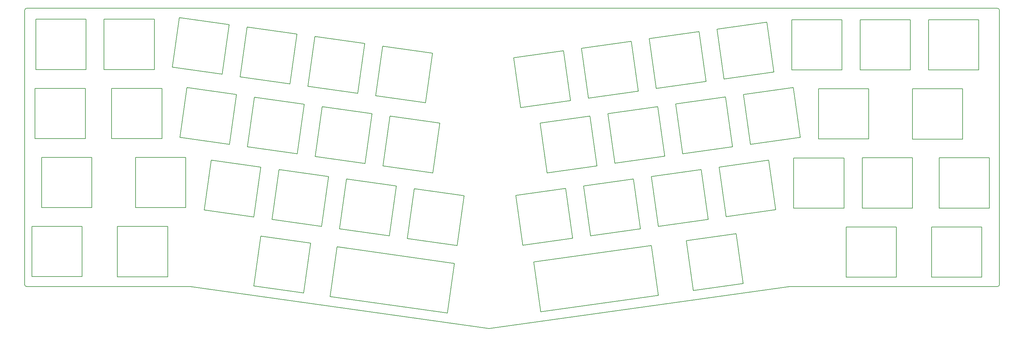
<source format=gbr>
%TF.GenerationSoftware,KiCad,Pcbnew,(5.99.0-9176-ga1730d51ff)*%
%TF.CreationDate,2021-11-18T23:13:55-06:00*%
%TF.ProjectId,Plate,506c6174-652e-46b6-9963-61645f706362,rev?*%
%TF.SameCoordinates,Original*%
%TF.FileFunction,Profile,NP*%
%FSLAX46Y46*%
G04 Gerber Fmt 4.6, Leading zero omitted, Abs format (unit mm)*
G04 Created by KiCad (PCBNEW (5.99.0-9176-ga1730d51ff)) date 2021-11-18 23:13:55*
%MOMM*%
%LPD*%
G01*
G04 APERTURE LIST*
%TA.AperFunction,Profile*%
%ADD10C,0.200000*%
%TD*%
G04 APERTURE END LIST*
D10*
X187612000Y-75460000D02*
X173748000Y-77408400D01*
X104002000Y-44044600D02*
X102054000Y-57908400D01*
X26396000Y-37262300D02*
X26396000Y-51262300D01*
X11326000Y-108982300D02*
X11326000Y-94982300D01*
X244416000Y-70642300D02*
X230416000Y-70642300D01*
X75122100Y-78454600D02*
X73173700Y-92318400D01*
X31436000Y-37272300D02*
X45436000Y-37272300D01*
X64323699Y-52598400D02*
X50459900Y-50650000D01*
X73348300Y-58976200D02*
X87212100Y-60924600D01*
X193610000Y-98954600D02*
X207473999Y-97006200D01*
X218551999Y-90350000D02*
X204688000Y-92298400D01*
X211478000Y-72108400D02*
X209530000Y-58244600D01*
X183878000Y-100327300D02*
X185826000Y-114191300D01*
X238116000Y-109112300D02*
X238116000Y-95112300D01*
X9836000Y-34233700D02*
X280336000Y-34233700D01*
X49156000Y-109002300D02*
X35156000Y-109002300D01*
X256606000Y-75882300D02*
X256606000Y-89882300D01*
X216604000Y-76486200D02*
X218551999Y-90350000D01*
X78179900Y-93020000D02*
X80128300Y-79156200D01*
X109018000Y-44746200D02*
X122882000Y-46694600D01*
X28006000Y-89752300D02*
X14006000Y-89752300D01*
X138608217Y-123466406D02*
X55403882Y-111738192D01*
X31436000Y-51272300D02*
X31436000Y-37272300D01*
X160003999Y-84436200D02*
X161952000Y-98300000D01*
X237546000Y-89892300D02*
X223546000Y-89892300D01*
X183290000Y-42684600D02*
X197154000Y-40736200D01*
X92043700Y-94968400D02*
X78179900Y-93020000D01*
X85142100Y-41394600D02*
X83193700Y-55258400D01*
X159434000Y-46046200D02*
X161382000Y-59910000D01*
X54206000Y-89752300D02*
X40206000Y-89752300D01*
X165030000Y-83724600D02*
X178894000Y-81776200D01*
X236986000Y-51402300D02*
X222986000Y-51402300D01*
X252116000Y-109112300D02*
X238116000Y-109112300D01*
X120934000Y-60558400D02*
X107070000Y-58610000D01*
X9336000Y-111233300D02*
X9336000Y-34733700D01*
X223546000Y-89892300D02*
X223546000Y-75892300D01*
X117848000Y-84466200D02*
X131712000Y-86414600D01*
X12396000Y-51262300D02*
X12396000Y-37262300D01*
X68342100Y-58274600D02*
X66393700Y-72138400D01*
X25326000Y-108982300D02*
X11326000Y-108982300D01*
X90259900Y-75490000D02*
X92208300Y-61626200D01*
X209530000Y-58244600D02*
X223394000Y-56296200D01*
X107070000Y-58610000D02*
X109018000Y-44746200D01*
X49156000Y-95002300D02*
X49156000Y-109002300D01*
X35156000Y-95002300D02*
X49156000Y-95002300D01*
X147518000Y-61858400D02*
X145569999Y-47994600D01*
X26396000Y-51262300D02*
X12396000Y-51262300D01*
X280336000Y-111733300D02*
X222479000Y-111733301D01*
X204108000Y-53888400D02*
X202160000Y-40024600D01*
X73169900Y-111550300D02*
X75118300Y-97686200D01*
X261936000Y-95132300D02*
X275936000Y-95132300D01*
X185238000Y-56548400D02*
X183290000Y-42684600D01*
X199102000Y-54600000D02*
X185238000Y-56548400D01*
X173748000Y-77408400D02*
X171800000Y-63544600D01*
X127112000Y-119153300D02*
X94383900Y-114553300D01*
X124932000Y-66234599D02*
X122984000Y-80098400D01*
X138747409Y-123466459D02*
G75*
G02*
X138608217Y-123466406I-69409J495159D01*
G01*
X14006000Y-89752300D02*
X14006000Y-75752300D01*
X199702000Y-93000000D02*
X185838000Y-94948400D01*
X166794000Y-64246200D02*
X168741999Y-78110000D01*
X280836000Y-111233300D02*
G75*
G02*
X280336000Y-111733300I-500000J0D01*
G01*
X75118300Y-97686200D02*
X88982100Y-99634600D01*
X112862000Y-83744600D02*
X110913999Y-97608400D01*
X171800000Y-63544600D02*
X185664000Y-61596200D01*
X28006000Y-75752300D02*
X28006000Y-89752300D01*
X12396000Y-37262300D02*
X26396000Y-37262300D01*
X161382000Y-59910000D02*
X147518000Y-61858400D01*
X96332300Y-100689300D02*
X129061000Y-105289300D01*
X238116000Y-95112300D02*
X252116000Y-95112300D01*
X50459900Y-50650000D02*
X52408300Y-36786200D01*
X106072000Y-63574600D02*
X104123999Y-77438400D01*
X71399900Y-72840000D02*
X73348300Y-58976200D01*
X225341999Y-70160000D02*
X211478000Y-72108400D01*
X256596000Y-56652300D02*
X270596000Y-56652300D01*
X85263700Y-74788400D02*
X71399900Y-72840000D01*
X256596000Y-70652300D02*
X256596000Y-56652300D01*
X209422000Y-110870300D02*
X195558000Y-112818300D01*
X222986000Y-37402300D02*
X236986000Y-37402300D01*
X261066000Y-51392300D02*
X261066000Y-37392300D01*
X40206000Y-89752300D02*
X40206000Y-75752300D01*
X275936000Y-109132300D02*
X261936000Y-109132300D01*
X88982100Y-99634600D02*
X87033700Y-113498300D01*
X183890000Y-81084600D02*
X197754000Y-79136200D01*
X275066000Y-51392300D02*
X261066000Y-51392300D01*
X61258300Y-76506200D02*
X75122100Y-78454600D01*
X102054000Y-57908400D02*
X88189900Y-55960000D01*
X97049900Y-95660000D02*
X98998300Y-81796200D01*
X197754000Y-79136200D02*
X199702000Y-93000000D01*
X88189900Y-55960000D02*
X90138300Y-42096200D01*
X80128300Y-79156200D02*
X93992100Y-81104600D01*
X33545999Y-56512300D02*
X47546000Y-56512300D01*
X52529900Y-70190000D02*
X54478300Y-56326200D01*
X26206000Y-70512300D02*
X12206000Y-70512300D01*
X280336001Y-34233701D02*
G75*
G02*
X280835999Y-34733701I-1J-499999D01*
G01*
X12206000Y-56512300D02*
X26206000Y-56512300D01*
X83193700Y-55258400D02*
X69329900Y-53310000D01*
X104123999Y-77438400D02*
X90259900Y-75490000D01*
X55334100Y-111733299D02*
X9836000Y-111733300D01*
X71278300Y-39446200D02*
X85142100Y-41394600D01*
X14006000Y-75752300D02*
X28006000Y-75752300D01*
X180241999Y-57270000D02*
X166378000Y-59218400D01*
X275936000Y-95132300D02*
X275936000Y-109132300D01*
X87033700Y-113498300D02*
X73169900Y-111550300D01*
X55334099Y-111733299D02*
G75*
G02*
X55403882Y-111738192I1J-500001D01*
G01*
X217972000Y-51940000D02*
X204108000Y-53888400D01*
X195558000Y-112818300D02*
X193610000Y-98954600D01*
X9836000Y-111733300D02*
G75*
G02*
X9336000Y-111233300I0J500000D01*
G01*
X190670000Y-60894600D02*
X204534000Y-58946200D01*
X69329900Y-53310000D02*
X71278300Y-39446200D01*
X202160000Y-40024600D02*
X216024000Y-38076200D01*
X222409591Y-111738142D02*
G75*
G02*
X222479000Y-111733301I69409J-495157D01*
G01*
X204688000Y-92298400D02*
X202740000Y-78434600D01*
X185826000Y-114191300D02*
X153098000Y-118791300D01*
X54478300Y-56326200D02*
X68342100Y-58274600D01*
X92208300Y-61626200D02*
X106072000Y-63574600D01*
X242026000Y-37412300D02*
X256025999Y-37412300D01*
X54206000Y-75752300D02*
X54206000Y-89752300D01*
X66393700Y-72138400D02*
X52529900Y-70190000D01*
X154878000Y-80058400D02*
X152930000Y-66194600D01*
X66272100Y-38734600D02*
X64323699Y-52598400D01*
X230416000Y-70642300D02*
X230416000Y-56642300D01*
X178294000Y-43406200D02*
X180241999Y-57270000D01*
X237546000Y-75892300D02*
X237546000Y-89892300D01*
X47546000Y-70512300D02*
X33545999Y-70512300D01*
X242026000Y-51412300D02*
X242026000Y-37412300D01*
X230416000Y-56642300D02*
X244416000Y-56642300D01*
X151150000Y-104927300D02*
X183878000Y-100327300D01*
X256025999Y-51412300D02*
X242026000Y-51412300D01*
X261936000Y-109132300D02*
X261936000Y-95132300D01*
X256025999Y-37412300D02*
X256025999Y-51412300D01*
X26206000Y-56512300D02*
X26206000Y-70512300D01*
X98998300Y-81796200D02*
X112862000Y-83744600D01*
X178894000Y-81776200D02*
X180841999Y-95640000D01*
X216024000Y-38076200D02*
X217972000Y-51940000D01*
X192618000Y-74758400D02*
X190670000Y-60894600D01*
X207473999Y-97006200D02*
X209422000Y-110870300D01*
X204534000Y-58946200D02*
X206482000Y-72810000D01*
X180841999Y-95640000D02*
X166978000Y-97588400D01*
X242606000Y-89882300D02*
X242606000Y-75882300D01*
X90138300Y-42096200D02*
X104002000Y-44044600D01*
X9336000Y-34733700D02*
G75*
G02*
X9836000Y-34233700I500000J0D01*
G01*
X12206000Y-70512300D02*
X12206000Y-56512300D01*
X270596000Y-70652300D02*
X256596000Y-70652300D01*
X45436000Y-51272300D02*
X31436000Y-51272300D01*
X236986000Y-37402300D02*
X236986000Y-51402300D01*
X256606000Y-89882300D02*
X242606000Y-89882300D01*
X222409590Y-111738142D02*
X138747409Y-123466458D01*
X115900000Y-98330000D02*
X117848000Y-84466200D01*
X278036000Y-89882300D02*
X264036000Y-89882300D01*
X87212100Y-60924600D02*
X85263700Y-74788400D01*
X161952000Y-98300000D02*
X148088000Y-100248300D01*
X122984000Y-80098400D02*
X109120000Y-78150000D01*
X45436000Y-37272300D02*
X45436000Y-51272300D01*
X145569999Y-47994600D02*
X159434000Y-46046200D01*
X153098000Y-118791300D02*
X151150000Y-104927300D01*
X278036000Y-75882300D02*
X278036000Y-89882300D01*
X11326000Y-94982300D02*
X25326000Y-94982300D01*
X223546000Y-75892300D02*
X237546000Y-75892300D01*
X242606000Y-75882300D02*
X256606000Y-75882300D01*
X166978000Y-97588400D02*
X165030000Y-83724600D01*
X47546000Y-56512300D02*
X47546000Y-70512300D01*
X148088000Y-100248300D02*
X146140000Y-86384600D01*
X109120000Y-78150000D02*
X111068000Y-64286200D01*
X59309900Y-90370000D02*
X61258300Y-76506200D01*
X40206000Y-75752300D02*
X54206000Y-75752300D01*
X73173700Y-92318400D02*
X59309900Y-90370000D01*
X264036000Y-75882300D02*
X278036000Y-75882300D01*
X197154000Y-40736200D02*
X199102000Y-54600000D01*
X94383900Y-114553300D02*
X96332300Y-100689300D01*
X280835999Y-34733701D02*
X280836000Y-111233300D01*
X185838000Y-94948400D02*
X183890000Y-81084600D01*
X131712000Y-86414600D02*
X129764000Y-100278300D01*
X275066000Y-37392300D02*
X275066000Y-51392300D01*
X110913999Y-97608400D02*
X97049900Y-95660000D01*
X111068000Y-64286200D02*
X124932000Y-66234599D01*
X33545999Y-70512300D02*
X33545999Y-56512300D01*
X270596000Y-56652300D02*
X270596000Y-70652300D01*
X185664000Y-61596200D02*
X187612000Y-75460000D01*
X168741999Y-78110000D02*
X154878000Y-80058400D01*
X164430000Y-45354600D02*
X178294000Y-43406200D01*
X122882000Y-46694600D02*
X120934000Y-60558400D01*
X206482000Y-72810000D02*
X192618000Y-74758400D01*
X152930000Y-66194600D02*
X166794000Y-64246200D01*
X166378000Y-59218400D02*
X164430000Y-45354600D01*
X129764000Y-100278300D02*
X115900000Y-98330000D01*
X261066000Y-37392300D02*
X275066000Y-37392300D01*
X146140000Y-86384600D02*
X160003999Y-84436200D01*
X93992100Y-81104600D02*
X92043700Y-94968400D01*
X52408300Y-36786200D02*
X66272100Y-38734600D01*
X25326000Y-94982300D02*
X25326000Y-108982300D01*
X202740000Y-78434600D02*
X216604000Y-76486200D01*
X244416000Y-56642300D02*
X244416000Y-70642300D01*
X264036000Y-89882300D02*
X264036000Y-75882300D01*
X223394000Y-56296200D02*
X225341999Y-70160000D01*
X252116000Y-95112300D02*
X252116000Y-109112300D01*
X35156000Y-109002300D02*
X35156000Y-95002300D01*
X129061000Y-105289300D02*
X127112000Y-119153300D01*
X222986000Y-51402300D02*
X222986000Y-37402300D01*
M02*

</source>
